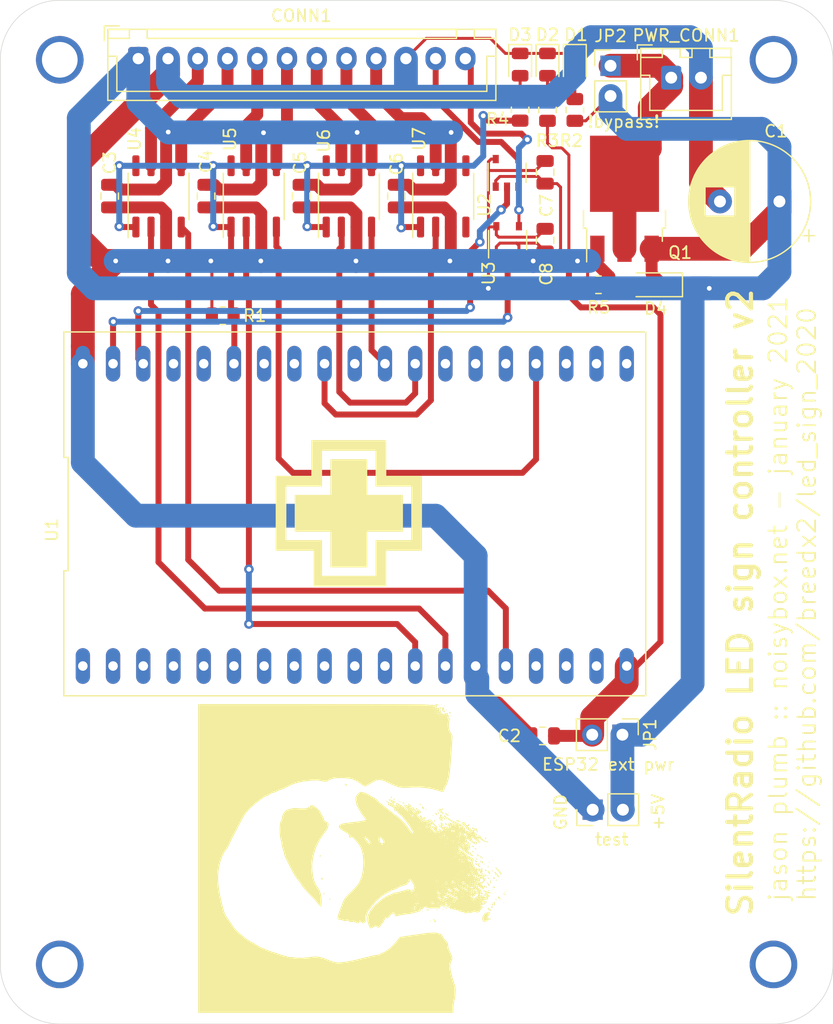
<source format=kicad_pcb>
(kicad_pcb (version 20171130) (host pcbnew 5.1.9+dfsg1-1)
  (layers (0 F.Cu signal) (31 B.Cu signal) (34 B.Paste user) (35 F.Paste user) (36 B.SilkS user) (37 F.SilkS user) (38 B.Mask user) (39 F.Mask user) (44 Edge.Cuts user))
  (net 0 "")
  (net 1 GND)
  (net 2 +5V)
  (net 3 "Net-(D1-Pad2)")
  (net 4 "Net-(D2-Pad2)")
  (net 5 "Net-(D3-Pad2)")
  (net 6 "Net-(JP2-Pad1)")
  (net 7 "Net-(D4-Pad2)")
  (net 8 /EN)
  (net 9 /C5V)
  (net 10 /C4)
  (net 11 /C2)
  (net 12 /C1)
  (net 13 /C3)
  (net 14 /C5)
  (net 15 /C6)
  (net 16 /C7)
  (net 17 /CDATA)
  (net 18 /CCLK)
  (net 19 /CLK)
  (net 20 /DATA)
  (net 21 /R7)
  (net 22 /R6)
  (net 23 /R5)
  (net 24 /R4)
  (net 25 /R3)
  (net 26 /R2)
  (net 27 /R1)
  (module Connector_PinHeader_2.54mm:PinHeader_1x02_P2.54mm_Vertical (layer F.Cu) (at 124.8 123 90)
    (fp_text reference test (at -2.5 1.6 180) (layer F.SilkS))
    (fp_text value PinHeader_1x02_P2.54mm_Vertical)
    (pad 2 thru_hole oval (at 0 2.54 90) (size 1.7 1.7) (drill 1) (layers *.Cu *.Mask) (net 2 +5V))
    (pad 1 thru_hole rect (at 0 0 90) (size 1.7 1.7) (drill 1) (layers *.Cu *.Mask) (net 1 GND))
  )
  (module custom:breedx_avatar (layer F.Cu) (at 104.6 127.1 90)
    (fp_text reference G*** hide)
    (fp_text value LOGO hide)
  )
  (module Diode_SMD:D_SOD-123 (layer F.Cu) (at 130.1 78.9 180)
    (fp_text reference D4 (at 0 -2) (layer F.SilkS))
    (fp_text value D_Zener)
    (pad 2 smd rect (at 1.65 0 180) (size 0.9 1.2) (layers F.Cu F.Paste F.Mask) (net 7 "Net-(D4-Pad2)"))
    (pad 1 smd rect (at -1.65 0 180) (size 0.9 1.2) (layers F.Cu F.Paste F.Mask) (net 2 +5V))
  )
  (module Resistor_SMD:R_0805_2012Metric (layer F.Cu) (at 93.7 81.5)
    (fp_text reference R1 (at 2.6875 0) (layer F.SilkS))
    (fp_text value 4.7k)
    (pad 2 smd roundrect (at 0.9125 0) (size 1.025 1.4) (layers F.Cu F.Paste F.Mask) (roundrect_rratio 0.243902) (net 8 /EN))
    (pad 1 smd roundrect (at -0.9125 0) (size 1.025 1.4) (layers F.Cu F.Paste F.Mask) (roundrect_rratio 0.243902) (net 1 GND))
  )
  (module Capacitor_SMD:C_0805_2012Metric (layer F.Cu) (at 120.8 69.45 270)
    (fp_text reference C7 (at 2.8 -0.1 90) (layer F.SilkS))
    (fp_text value 0.1uF)
    (pad 2 smd roundrect (at 0.95 0 270) (size 1 1.45) (layers F.Cu F.Paste F.Mask) (net 1 GND))
    (pad 1 smd roundrect (at -0.95 0 270) (size 1 1.45) (layers F.Cu F.Paste F.Mask) (net 2 +5V))
  )
  (module Capacitor_THT:CP_Radial_D10.0mm_P5.00mm (layer F.Cu) (at 140.5 71.9 180)
    (fp_text reference C1 (at 0.3 5.9) (layer F.SilkS))
    (fp_text value CP1)
    (pad 2 thru_hole circle (at 5 0 180) (size 2 2) (drill 1) (layers *.Cu *.Mask) (net 1 GND))
    (pad 1 thru_hole rect (at 0 0 180) (size 2 2) (drill 1) (layers *.Cu *.Mask) (net 2 +5V))
  )
  (module Resistor_SMD:R_0805_2012Metric (layer F.Cu) (at 125.2875 78.9)
    (fp_text reference R5 (at 0.0125 1.9) (layer F.SilkS))
    (fp_text value 100k)
    (pad 2 smd roundrect (at 0.9125 0) (size 1.025 1.4) (layers F.Cu F.Paste F.Mask) (roundrect_rratio 0.243902) (net 7 "Net-(D4-Pad2)"))
    (pad 1 smd roundrect (at -0.9125 0) (size 1.025 1.4) (layers F.Cu F.Paste F.Mask) (roundrect_rratio 0.243902) (net 1 GND))
  )
  (module Package_TO_SOT_SMD:TO-252-3_TabPin2 (layer F.Cu) (at 127.475 71.675 90)
    (fp_text reference Q1 (at -4.525 4.675 180) (layer F.SilkS))
    (fp_text value STD26P3LLH6)
    (pad 1 smd rect (at -4.2 -2.28 90) (size 2.2 1.2) (layers F.Cu F.Paste F.Mask) (net 7 "Net-(D4-Pad2)"))
    (pad 2 smd rect (at -4.2 0 90) (size 2.2 1.2) (layers F.Cu F.Paste F.Mask) (net 6 "Net-(JP2-Pad1)"))
    (pad 3 smd rect (at -4.2 2.28 90) (size 2.2 1.2) (layers F.Cu F.Paste F.Mask) (net 2 +5V))
    (pad 2 smd rect (at 2.1 0 90) (size 6.4 5.8) (layers F.Cu F.Mask) (net 6 "Net-(JP2-Pad1)"))
  )
  (module Connector_JST:JST_XH_B12B-XH-A_1x12_P2.50mm_Vertical (layer F.Cu) (at 86.6 59.9)
    (fp_text reference CONN1 (at 13.7 -3.6) (layer F.SilkS))
    (fp_text value LED_sign_connection)
    (pad 12 thru_hole oval (at 27.5 0) (size 1.7 1.95) (drill 0.95) (layers *.Cu *.Mask) (net 19 /CLK))
    (pad 11 thru_hole oval (at 25 0) (size 1.7 1.95) (drill 0.95) (layers *.Cu *.Mask) (net 20 /DATA))
    (pad 10 thru_hole oval (at 22.5 0) (size 1.7 1.95) (drill 0.95) (layers *.Cu *.Mask) (net 1 GND))
    (pad 9 thru_hole oval (at 20 0) (size 1.7 1.95) (drill 0.95) (layers *.Cu *.Mask) (net 21 /R7))
    (pad 8 thru_hole oval (at 17.5 0) (size 1.7 1.95) (drill 0.95) (layers *.Cu *.Mask) (net 22 /R6))
    (pad 7 thru_hole oval (at 15 0) (size 1.7 1.95) (drill 0.95) (layers *.Cu *.Mask) (net 23 /R5))
    (pad 6 thru_hole oval (at 12.5 0) (size 1.7 1.95) (drill 0.95) (layers *.Cu *.Mask) (net 24 /R4))
    (pad 5 thru_hole oval (at 10 0) (size 1.7 1.95) (drill 0.95) (layers *.Cu *.Mask) (net 25 /R3))
    (pad 4 thru_hole oval (at 7.5 0) (size 1.7 1.95) (drill 0.95) (layers *.Cu *.Mask) (net 26 /R2))
    (pad 3 thru_hole oval (at 5 0) (size 1.7 1.95) (drill 0.95) (layers *.Cu *.Mask) (net 27 /R1))
    (pad 2 thru_hole oval (at 2.5 0) (size 1.7 1.95) (drill 0.95) (layers *.Cu *.Mask) (net 1 GND))
    (pad 1 thru_hole roundrect (at 0 0) (size 1.7 1.95) (drill 0.95) (layers *.Cu *.Mask) (roundrect_rratio 0.147059) (net 2 +5V))
  )
  (module Capacitor_SMD:C_0805_2012Metric (layer F.Cu) (at 120.6 116.8 180)
    (fp_text reference C2 (at 2.8 0) (layer F.SilkS))
    (fp_text value 0.1uF)
    (pad 2 smd roundrect (at 0.95 0 180) (size 1 1.45) (layers F.Cu F.Paste F.Mask) (net 1 GND))
    (pad 1 smd roundrect (at -0.95 0 180) (size 1 1.45) (layers F.Cu F.Paste F.Mask) (net 9 /C5V))
  )
  (module custom:ESP32-DevKitC-DIP-38 (layer F.Cu) (at 104.8 99.5 90)
    (fp_text reference U1 (at 0 -25.46 90) (layer F.SilkS))
    (fp_text value ESP32-DevKitC)
    (pad 38 thru_hole oval (at 13.97 -22.86) (size 1.2 3) (drill 0.8) (layers *.Cu *.Mask) (net 1 GND))
    (pad 1 thru_hole oval (at -11.43 -22.86) (size 1.2 3) (drill 0.8) (layers *.Cu *.Mask))
    (pad 37 thru_hole oval (at 13.97 -20.32) (size 1.2 3) (drill 0.8) (layers *.Cu *.Mask) (net 18 /CCLK))
    (pad 2 thru_hole oval (at -11.43 -20.32) (size 1.2 3) (drill 0.8) (layers *.Cu *.Mask))
    (pad 36 thru_hole oval (at 13.97 -17.78) (size 1.2 3) (drill 0.8) (layers *.Cu *.Mask) (net 17 /CDATA))
    (pad 3 thru_hole oval (at -11.43 -17.78) (size 1.2 3) (drill 0.8) (layers *.Cu *.Mask))
    (pad 35 thru_hole oval (at 13.97 -15.24) (size 1.2 3) (drill 0.8) (layers *.Cu *.Mask))
    (pad 4 thru_hole oval (at -11.43 -15.24) (size 1.2 3) (drill 0.8) (layers *.Cu *.Mask))
    (pad 34 thru_hole oval (at 13.97 -12.7) (size 1.2 3) (drill 0.8) (layers *.Cu *.Mask))
    (pad 5 thru_hole oval (at -11.43 -12.7) (size 1.2 3) (drill 0.8) (layers *.Cu *.Mask))
    (pad 33 thru_hole oval (at 13.97 -10.16) (size 1.2 3) (drill 0.8) (layers *.Cu *.Mask) (net 8 /EN))
    (pad 6 thru_hole oval (at -11.43 -10.16) (size 1.2 3) (drill 0.8) (layers *.Cu *.Mask))
    (pad 32 thru_hole oval (at 13.97 -7.62) (size 1.2 3) (drill 0.8) (layers *.Cu *.Mask))
    (pad 7 thru_hole oval (at -11.43 -7.62) (size 1.2 3) (drill 0.8) (layers *.Cu *.Mask))
    (pad 31 thru_hole oval (at 13.97 -5.08) (size 1.2 3) (drill 0.8) (layers *.Cu *.Mask))
    (pad 8 thru_hole oval (at -11.43 -5.08) (size 1.2 3) (drill 0.8) (layers *.Cu *.Mask))
    (pad 30 thru_hole oval (at 13.97 -2.54) (size 1.2 3) (drill 0.8) (layers *.Cu *.Mask) (net 16 /C7))
    (pad 9 thru_hole oval (at -11.43 -2.54) (size 1.2 3) (drill 0.8) (layers *.Cu *.Mask))
    (pad 29 thru_hole oval (at 13.97 0) (size 1.2 3) (drill 0.8) (layers *.Cu *.Mask))
    (pad 10 thru_hole oval (at -11.43 0) (size 1.2 3) (drill 0.8) (layers *.Cu *.Mask))
    (pad 28 thru_hole oval (at 13.97 2.54) (size 1.2 3) (drill 0.8) (layers *.Cu *.Mask) (net 15 /C6))
    (pad 11 thru_hole oval (at -11.43 2.54) (size 1.2 3) (drill 0.8) (layers *.Cu *.Mask))
    (pad 27 thru_hole oval (at 13.97 5.08) (size 1.2 3) (drill 0.8) (layers *.Cu *.Mask) (net 14 /C5))
    (pad 12 thru_hole oval (at -11.43 5.08) (size 1.2 3) (drill 0.8) (layers *.Cu *.Mask) (net 13 /C3))
    (pad 26 thru_hole oval (at 13.97 7.62) (size 1.2 3) (drill 0.8) (layers *.Cu *.Mask))
    (pad 13 thru_hole oval (at -11.43 7.62) (size 1.2 3) (drill 0.8) (layers *.Cu *.Mask) (net 12 /C1))
    (pad 25 thru_hole oval (at 13.97 10.16) (size 1.2 3) (drill 0.8) (layers *.Cu *.Mask))
    (pad 14 thru_hole oval (at -11.43 10.16) (size 1.2 3) (drill 0.8) (layers *.Cu *.Mask) (net 1 GND))
    (pad 24 thru_hole oval (at 13.97 12.7) (size 1.2 3) (drill 0.8) (layers *.Cu *.Mask))
    (pad 15 thru_hole oval (at -11.43 12.7) (size 1.2 3) (drill 0.8) (layers *.Cu *.Mask) (net 11 /C2))
    (pad 23 thru_hole oval (at 13.97 15.24) (size 1.2 3) (drill 0.8) (layers *.Cu *.Mask) (net 10 /C4))
    (pad 16 thru_hole oval (at -11.43 15.24) (size 1.2 3) (drill 0.8) (layers *.Cu *.Mask))
    (pad 22 thru_hole oval (at 13.97 17.78) (size 1.2 3) (drill 0.8) (layers *.Cu *.Mask))
    (pad 17 thru_hole oval (at -11.43 17.78) (size 1.2 3) (drill 0.8) (layers *.Cu *.Mask))
    (pad 21 thru_hole oval (at 13.97 20.32) (size 1.2 3) (drill 0.8) (layers *.Cu *.Mask))
    (pad 18 thru_hole oval (at -11.43 20.32) (size 1.2 3) (drill 0.8) (layers *.Cu *.Mask))
    (pad 20 thru_hole oval (at 13.97 22.86) (size 1.2 3) (drill 0.8) (layers *.Cu *.Mask))
    (pad 19 thru_hole oval (at -11.43 22.86) (size 1.2 3) (drill 0.8) (layers *.Cu *.Mask) (net 9 /C5V))
  )
  (module Package_SO:TSOP-5_1.65x3.05mm_P0.95mm (layer F.Cu) (at 117.6 69.5 90)
    (fp_text reference U2 (at -2.7 -1.9 90) (layer F.SilkS))
    (fp_text value MC74VHC1GT125)
    (pad 5 smd rect (at 1.16 -0.95 90) (size 0.7 0.51) (layers F.Cu F.Paste F.Mask) (net 2 +5V))
    (pad 4 smd rect (at 1.16 0.95 90) (size 0.7 0.51) (layers F.Cu F.Paste F.Mask) (net 20 /DATA))
    (pad 3 smd rect (at -1.16 0.95 90) (size 0.7 0.51) (layers F.Cu F.Paste F.Mask) (net 1 GND))
    (pad 2 smd rect (at -1.16 0 90) (size 0.7 0.51) (layers F.Cu F.Paste F.Mask) (net 17 /CDATA))
    (pad 1 smd rect (at -1.16 -0.95 90) (size 0.7 0.51) (layers F.Cu F.Paste F.Mask) (net 1 GND))
  )
  (module Package_SO:SO-8_3.9x4.9mm_P1.27mm (layer F.Cu) (at 88.305 71.475 90)
    (fp_text reference U4 (at 4.825 -2.02 90) (layer F.SilkS))
    (fp_text value MAX17601)
    (pad 8 smd roundrect (at 2.575 -1.905 90) (size 1.75 0.6) (layers F.Cu F.Paste F.Mask) (net 8 /EN))
    (pad 7 smd roundrect (at 2.575 -0.635 90) (size 1.75 0.6) (layers F.Cu F.Paste F.Mask) (net 27 /R1))
    (pad 6 smd roundrect (at 2.575 0.635 90) (size 1.75 0.6) (layers F.Cu F.Paste F.Mask) (net 2 +5V))
    (pad 5 smd roundrect (at 2.575 1.905 90) (size 1.75 0.6) (layers F.Cu F.Paste F.Mask) (net 26 /R2))
    (pad 4 smd roundrect (at -2.575 1.905 90) (size 1.75 0.6) (layers F.Cu F.Paste F.Mask) (net 11 /C2))
    (pad 3 smd roundrect (at -2.575 0.635 90) (size 1.75 0.6) (layers F.Cu F.Paste F.Mask) (net 1 GND))
    (pad 2 smd roundrect (at -2.575 -0.635 90) (size 1.75 0.6) (layers F.Cu F.Paste F.Mask) (net 12 /C1))
    (pad 1 smd roundrect (at -2.575 -1.905 90) (size 1.75 0.6) (layers F.Cu F.Paste F.Mask) (net 8 /EN))
  )
  (module Package_SO:SO-8_3.9x4.9mm_P1.27mm (layer F.Cu) (at 104.305 71.475 90)
    (fp_text reference U6 (at 4.675 -2.105 90) (layer F.SilkS))
    (fp_text value MAX17601)
    (pad 8 smd roundrect (at 2.575 -1.905 90) (size 1.75 0.6) (layers F.Cu F.Paste F.Mask) (net 8 /EN))
    (pad 7 smd roundrect (at 2.575 -0.635 90) (size 1.75 0.6) (layers F.Cu F.Paste F.Mask) (net 23 /R5))
    (pad 6 smd roundrect (at 2.575 0.635 90) (size 1.75 0.6) (layers F.Cu F.Paste F.Mask) (net 2 +5V))
    (pad 5 smd roundrect (at 2.575 1.905 90) (size 1.75 0.6) (layers F.Cu F.Paste F.Mask) (net 22 /R6))
    (pad 4 smd roundrect (at -2.575 1.905 90) (size 1.75 0.6) (layers F.Cu F.Paste F.Mask) (net 15 /C6))
    (pad 3 smd roundrect (at -2.575 0.635 90) (size 1.75 0.6) (layers F.Cu F.Paste F.Mask) (net 1 GND))
    (pad 2 smd roundrect (at -2.575 -0.635 90) (size 1.75 0.6) (layers F.Cu F.Paste F.Mask) (net 14 /C5))
    (pad 1 smd roundrect (at -2.575 -1.905 90) (size 1.75 0.6) (layers F.Cu F.Paste F.Mask) (net 8 /EN))
  )
  (module Connector_JST:JST_XH_B2B-XH-A_1x02_P2.50mm_Vertical (layer F.Cu) (at 131.4 61.5)
    (fp_text reference PWR_CONN1 (at 1.25 -3.55) (layer F.SilkS))
    (fp_text value Conn_01x02_Male hide)
    (pad 2 thru_hole oval (at 2.5 0) (size 1.7 2) (drill 1) (layers *.Cu *.Mask) (net 1 GND))
    (pad 1 thru_hole roundrect (at 0 0) (size 1.7 2) (drill 1) (layers *.Cu *.Mask) (roundrect_rratio 0.147059) (net 6 "Net-(JP2-Pad1)"))
  )
  (module Capacitor_SMD:C_0805_2012Metric (layer F.Cu) (at 120.8 75.15 270)
    (fp_text reference C8 (at 2.85 -0.1 90) (layer F.SilkS))
    (fp_text value 0.1uF)
    (pad 2 smd roundrect (at 0.95 0 270) (size 1 1.45) (layers F.Cu F.Paste F.Mask) (net 1 GND))
    (pad 1 smd roundrect (at -0.95 0 270) (size 1 1.45) (layers F.Cu F.Paste F.Mask) (net 2 +5V))
  )
  (module Package_SO:SO-8_3.9x4.9mm_P1.27mm (layer F.Cu) (at 112.235 71.475 90)
    (fp_text reference U7 (at 4.825 -2.035 90) (layer F.SilkS))
    (fp_text value MAX17601)
    (pad 1 smd roundrect (at -2.575 -1.905 90) (size 1.75 0.6) (layers F.Cu F.Paste F.Mask) (net 8 /EN))
    (pad 2 smd roundrect (at -2.575 -0.635 90) (size 1.75 0.6) (layers F.Cu F.Paste F.Mask) (net 16 /C7))
    (pad 3 smd roundrect (at -2.575 0.635 90) (size 1.75 0.6) (layers F.Cu F.Paste F.Mask) (net 1 GND))
    (pad 4 smd roundrect (at -2.575 1.905 90) (size 1.75 0.6) (layers F.Cu F.Paste F.Mask))
    (pad 5 smd roundrect (at 2.575 1.905 90) (size 1.75 0.6) (layers F.Cu F.Paste F.Mask))
    (pad 6 smd roundrect (at 2.575 0.635 90) (size 1.75 0.6) (layers F.Cu F.Paste F.Mask) (net 2 +5V))
    (pad 7 smd roundrect (at 2.575 -0.635 90) (size 1.75 0.6) (layers F.Cu F.Paste F.Mask) (net 21 /R7))
    (pad 8 smd roundrect (at 2.575 -1.905 90) (size 1.75 0.6) (layers F.Cu F.Paste F.Mask))
  )
  (module Package_SO:SO-8_3.9x4.9mm_P1.27mm (layer F.Cu) (at 96.305 71.475 90)
    (fp_text reference U5 (at 4.8 -2 90) (layer F.SilkS))
    (fp_text value MAX17601)
    (pad 8 smd roundrect (at 2.575 -1.905 90) (size 1.75 0.6) (layers F.Cu F.Paste F.Mask) (net 8 /EN))
    (pad 7 smd roundrect (at 2.575 -0.635 90) (size 1.75 0.6) (layers F.Cu F.Paste F.Mask) (net 25 /R3))
    (pad 6 smd roundrect (at 2.575 0.635 90) (size 1.75 0.6) (layers F.Cu F.Paste F.Mask) (net 2 +5V))
    (pad 5 smd roundrect (at 2.575 1.905 90) (size 1.75 0.6) (layers F.Cu F.Paste F.Mask) (net 24 /R4))
    (pad 4 smd roundrect (at -2.575 1.905 90) (size 1.75 0.6) (layers F.Cu F.Paste F.Mask) (net 10 /C4))
    (pad 3 smd roundrect (at -2.575 0.635 90) (size 1.75 0.6) (layers F.Cu F.Paste F.Mask) (net 1 GND))
    (pad 2 smd roundrect (at -2.575 -0.635 90) (size 1.75 0.6) (layers F.Cu F.Paste F.Mask) (net 13 /C3))
    (pad 1 smd roundrect (at -2.575 -1.905 90) (size 1.75 0.6) (layers F.Cu F.Paste F.Mask) (net 8 /EN))
  )
  (module Package_SO:TSOP-5_1.65x3.05mm_P0.95mm (layer F.Cu) (at 117.65 75.14 90)
    (fp_text reference U3 (at -2.8 -1.6 90) (layer F.SilkS))
    (fp_text value MC74VHC1GT125)
    (pad 5 smd rect (at 1.16 -0.95 90) (size 0.7 0.51) (layers F.Cu F.Paste F.Mask) (net 2 +5V))
    (pad 4 smd rect (at 1.16 0.95 90) (size 0.7 0.51) (layers F.Cu F.Paste F.Mask) (net 19 /CLK))
    (pad 3 smd rect (at -1.16 0.95 90) (size 0.7 0.51) (layers F.Cu F.Paste F.Mask) (net 1 GND))
    (pad 2 smd rect (at -1.16 0 90) (size 0.7 0.51) (layers F.Cu F.Paste F.Mask) (net 18 /CCLK))
    (pad 1 smd rect (at -1.16 -0.95 90) (size 0.7 0.51) (layers F.Cu F.Paste F.Mask) (net 1 GND))
  )
  (module Resistor_SMD:R_0805_2012Metric (layer F.Cu) (at 118.7 64.2 270)
    (fp_text reference R4 (at 0.8 1.9 180) (layer F.SilkS))
    (fp_text value 68ohm)
    (pad 2 smd roundrect (at 0.9125 0 270) (size 1.025 1.4) (layers F.Cu F.Paste F.Mask) (roundrect_rratio 0.243902) (net 8 /EN))
    (pad 1 smd roundrect (at -0.9125 0 270) (size 1.025 1.4) (layers F.Cu F.Paste F.Mask) (roundrect_rratio 0.243902) (net 5 "Net-(D3-Pad2)"))
  )
  (module Resistor_SMD:R_0805_2012Metric (layer F.Cu) (at 121 64.2125 270)
    (fp_text reference R3 (at 2.5875 0 180) (layer F.SilkS))
    (fp_text value 150)
    (pad 2 smd roundrect (at 0.9125 0 270) (size 1.025 1.4) (layers F.Cu F.Paste F.Mask) (roundrect_rratio 0.243902) (net 9 /C5V))
    (pad 1 smd roundrect (at -0.9125 0 270) (size 1.025 1.4) (layers F.Cu F.Paste F.Mask) (roundrect_rratio 0.243902) (net 4 "Net-(D2-Pad2)"))
  )
  (module Resistor_SMD:R_0805_2012Metric (layer F.Cu) (at 123.3 64.2125 270)
    (fp_text reference R2 (at 2.5875 0.3 180) (layer F.SilkS))
    (fp_text value 150)
    (pad 2 smd roundrect (at 0.9125 0 270) (size 1.025 1.4) (layers F.Cu F.Paste F.Mask) (roundrect_rratio 0.243902) (net 2 +5V))
    (pad 1 smd roundrect (at -0.9125 0 270) (size 1.025 1.4) (layers F.Cu F.Paste F.Mask) (roundrect_rratio 0.243902) (net 3 "Net-(D1-Pad2)"))
  )
  (module Connector_PinHeader_2.54mm:PinHeader_1x02_P2.54mm_Vertical (layer F.Cu) (at 126.3 60.5)
    (fp_text reference JP2 (at 0 -2.5) (layer F.SilkS))
    (fp_text value prot_short)
    (pad 2 thru_hole oval (at 0 2.54) (size 1.7 1.7) (drill 1) (layers *.Cu *.Mask) (net 2 +5V))
    (pad 1 thru_hole rect (at 0 0) (size 1.7 1.7) (drill 1) (layers *.Cu *.Mask) (net 6 "Net-(JP2-Pad1)"))
  )
  (module Connector_PinHeader_2.54mm:PinHeader_1x02_P2.54mm_Vertical (layer F.Cu) (at 127.3 116.7 270)
    (fp_text reference JP1 (at 0 -2.33 90) (layer F.SilkS))
    (fp_text value ESP32_5V)
    (pad 2 thru_hole oval (at 0 2.54 270) (size 1.7 1.7) (drill 1) (layers *.Cu *.Mask) (net 9 /C5V))
    (pad 1 thru_hole rect (at 0 0 270) (size 1.7 1.7) (drill 1) (layers *.Cu *.Mask) (net 2 +5V))
  )
  (module LED_SMD:LED_0805_2012Metric (layer F.Cu) (at 118.7 60.4 270)
    (fp_text reference D3 (at -2.5 0 180) (layer F.SilkS))
    (fp_text value LED)
    (pad 2 smd roundrect (at 0.9375 0 270) (size 0.975 1.4) (layers F.Cu F.Paste F.Mask) (net 5 "Net-(D3-Pad2)"))
    (pad 1 smd roundrect (at -0.9375 0 270) (size 0.975 1.4) (layers F.Cu F.Paste F.Mask) (net 1 GND))
  )
  (module LED_SMD:LED_0805_2012Metric (layer F.Cu) (at 121 60.4 270)
    (fp_text reference D2 (at -2.5 0 180) (layer F.SilkS))
    (fp_text value ESP32_PWR)
    (pad 2 smd roundrect (at 0.9375 0 270) (size 0.975 1.4) (layers F.Cu F.Paste F.Mask) (net 4 "Net-(D2-Pad2)"))
    (pad 1 smd roundrect (at -0.9375 0 270) (size 0.975 1.4) (layers F.Cu F.Paste F.Mask) (net 1 GND))
  )
  (module LED_SMD:LED_0805_2012Metric (layer F.Cu) (at 123.3 60.4 270)
    (fp_text reference D1 (at -2.5 -0.1 180) (layer F.SilkS))
    (fp_text value PWR)
    (pad 2 smd roundrect (at 0.9375 0 270) (size 0.975 1.4) (layers F.Cu F.Paste F.Mask) (net 3 "Net-(D1-Pad2)"))
    (pad 1 smd roundrect (at -0.9375 0 270) (size 0.975 1.4) (layers F.Cu F.Paste F.Mask) (net 1 GND))
  )
  (module Capacitor_SMD:C_0805_2012Metric (layer F.Cu) (at 108.3 71.45 90)
    (fp_text reference C6 (at 2.7 0 90) (layer F.SilkS))
    (fp_text value 0.1uF)
    (pad 2 smd roundrect (at 0.95 0 90) (size 1 1.45) (layers F.Cu F.Paste F.Mask) (net 2 +5V))
    (pad 1 smd roundrect (at -0.95 0 90) (size 1 1.45) (layers F.Cu F.Paste F.Mask) (net 1 GND))
  )
  (module Capacitor_SMD:C_0805_2012Metric (layer F.Cu) (at 100.3 71.45 90)
    (fp_text reference C5 (at 2.8 -0.1 90) (layer F.SilkS))
    (fp_text value 0.1uF)
    (pad 2 smd roundrect (at 0.95 0 90) (size 1 1.45) (layers F.Cu F.Paste F.Mask) (net 2 +5V))
    (pad 1 smd roundrect (at -0.95 0 90) (size 1 1.45) (layers F.Cu F.Paste F.Mask) (net 1 GND))
  )
  (module Capacitor_SMD:C_0805_2012Metric (layer F.Cu) (at 92.3 71.45 90)
    (fp_text reference C4 (at 2.9 0 90) (layer F.SilkS))
    (fp_text value 0.1uF)
    (pad 2 smd roundrect (at 0.95 0 90) (size 1 1.45) (layers F.Cu F.Paste F.Mask) (net 2 +5V))
    (pad 1 smd roundrect (at -0.95 0 90) (size 1 1.45) (layers F.Cu F.Paste F.Mask) (net 1 GND))
  )
  (module Capacitor_SMD:C_0805_2012Metric (layer F.Cu) (at 84.2 71.45 90)
    (fp_text reference C3 (at 2.8 0 90) (layer F.SilkS))
    (fp_text value 0.1uF)
    (pad 2 smd roundrect (at 0.95 0 90) (size 1 1.45) (layers F.Cu F.Paste F.Mask) (net 2 +5V))
    (pad 1 smd roundrect (at -0.95 0 90) (size 1 1.45) (layers F.Cu F.Paste F.Mask) (net 1 GND))
  )
  (gr_poly (pts (xy 110.4 95.8) (xy 106.6 95.8) (xy 106.6 95) (xy 110.4 95)) (layer F.SilkS) (width 0.1))
  (gr_poly (pts (xy 107.4 95.8) (xy 106.6 95.8) (xy 106.6 92.8) (xy 102 92.8) (xy 102 95.8) (xy 99 95.8) (xy 99 100.4) (xy 102 100.4) (xy 102 103.4) (xy 106.6 103.4) (xy 106.6 100.4) (xy 109.6 100.4) (xy 109.6 95.8) (xy 110.4 95.8) (xy 110.4 101.2) (xy 107.4 101.2) (xy 107.4 104.2) (xy 101.4 104.2) (xy 101.4 101.2) (xy 98.2 101.2) (xy 98.2 95) (xy 101.2 95) (xy 101.2 92) (xy 107.4 92)) (layer F.SilkS) (width 0.1))
  (gr_poly (pts (xy 105.8 96.6) (xy 108.8 96.6) (xy 108.8 99.6) (xy 105.8 99.6) (xy 105.8 102.6) (xy 102.8 102.6) (xy 102.8 99.6) (xy 99.8 99.6) (xy 99.8 96.6) (xy 102.8 96.6) (xy 102.8 93.6) (xy 105.8 93.6)) (layer F.SilkS) (width 0.1))
  (gr_text !bypass! (at 127.4 65.2) (layer F.SilkS) (effects (font (size 1 1))))
  (gr_text "ESP32 ext pwr" (at 126.1 119.2) (layer F.SilkS) (effects (font (size 1 1))))
  (gr_text GND (at 122.1 123.2 90) (layer F.SilkS) (effects (font (size 1 1))))
  (gr_text +5V (at 130.3 123.2 90) (layer F.SilkS) (effects (font (size 1 1))))
  (gr_text "jason plumb :: noisybox.net - january 2021\nhttps://github.com/breedx2/led_sign_2020\n" (at 141.6 130.8 90) (layer F.SilkS) (effects (font (size 1.5 1.5)) (justify left)))
  (gr_text "SilentRadio LED sign controller v2" (at 137.2 105.6 90) (layer F.SilkS) (effects (font (size 2 2) (thickness 0.35))))
  (gr_line (start 145 60) (end 145 136) (layer Edge.Cuts) (width 0.05))
  (gr_arc (start 140 136) (end 140 141) (angle -90) (layer Edge.Cuts) (width 0.05))
  (gr_arc (start 80 136) (end 75 136) (angle -90) (layer Edge.Cuts) (width 0.05))
  (gr_line (start 80 141) (end 140 141) (layer Edge.Cuts) (width 0.05))
  (gr_arc (start 80 60) (end 80 55) (angle -90) (layer Edge.Cuts) (width 0.05))
  (gr_arc (start 140 60) (end 145 60) (angle -90) (layer Edge.Cuts) (width 0.05))
  (gr_line (start 75 136) (end 75 60) (layer Edge.Cuts) (width 0.05))
  (gr_line (start 80 55) (end 140 55) (layer Edge.Cuts) (width 0.05))
  (via (at 80 60) (size 4) (drill 3) (layers F.Cu B.Cu) (net 0))
  (via (at 140 60) (size 4) (drill 3) (layers F.Cu B.Cu) (net 0))
  (via (at 80 136) (size 4) (drill 3) (layers F.Cu B.Cu) (net 0))
  (via (at 140 136) (size 4) (drill 3) (layers F.Cu B.Cu) (net 0))
  (segment (start 100.35 72.4) (end 100.3 72.45) (width 0.5) (layer F.Cu) (net 1))
  (segment (start 96.48 72.4) (end 92.3 72.4) (width 1) (layer F.Cu) (net 1))
  (segment (start 96.94 72.86) (end 96.48 72.4) (width 1) (layer F.Cu) (net 1))
  (segment (start 96.94 74.05) (end 96.94 72.86) (width 1) (layer F.Cu) (net 1))
  (segment (start 84.2 72.4) (end 88.5 72.4) (width 1) (layer F.Cu) (net 1))
  (segment (start 88.94 72.84) (end 88.94 74.05) (width 1) (layer F.Cu) (net 1))
  (segment (start 88.5 72.4) (end 88.94 72.84) (width 1) (layer F.Cu) (net 1))
  (segment (start 100.3 72.4) (end 104.4 72.4) (width 1) (layer F.Cu) (net 1))
  (segment (start 104.94 72.94) (end 104.94 74.05) (width 1) (layer F.Cu) (net 1))
  (segment (start 104.4 72.4) (end 104.94 72.94) (width 1) (layer F.Cu) (net 1))
  (segment (start 108.3 72.4) (end 112.3 72.4) (width 1) (layer F.Cu) (net 1))
  (segment (start 112.87 72.97) (end 112.87 74.05) (width 1) (layer F.Cu) (net 1))
  (segment (start 112.3 72.4) (end 112.87 72.97) (width 1) (layer F.Cu) (net 1))
  (via (at 96.9 76.9) (size 0.8) (drill 0.4) (layers F.Cu B.Cu) (net 1))
  (segment (start 96.94 76.86) (end 96.9 76.9) (width 1) (layer F.Cu) (net 1))
  (via (at 89.1 76.9) (size 0.8) (drill 0.4) (layers F.Cu B.Cu) (net 1))
  (segment (start 88.94 76.74) (end 89.1 76.9) (width 1) (layer F.Cu) (net 1))
  (segment (start 104.94 76.86) (end 104.9 76.9) (width 1) (layer F.Cu) (net 1))
  (via (at 104.9 76.9) (size 0.8) (drill 0.4) (layers F.Cu B.Cu) (net 1))
  (segment (start 96.9 76.9) (end 104.9 76.9) (width 2) (layer B.Cu) (net 1))
  (via (at 112.8 76.9) (size 0.8) (drill 0.4) (layers F.Cu B.Cu) (net 1))
  (segment (start 112.87 76.83) (end 112.8 76.9) (width 1) (layer F.Cu) (net 1))
  (segment (start 104.94 74.05) (end 104.94 76.86) (width 1) (layer F.Cu) (net 1))
  (segment (start 112.87 74.05) (end 112.87 76.83) (width 1) (layer F.Cu) (net 1))
  (segment (start 96.94 74.05) (end 96.94 76.86) (width 1) (layer F.Cu) (net 1))
  (segment (start 88.94 74.05) (end 88.94 76.74) (width 1) (layer F.Cu) (net 1))
  (segment (start 133.9 70.3) (end 135.5 71.9) (width 2) (layer F.Cu) (net 1))
  (segment (start 133.9 61.5) (end 133.9 70.3) (width 2) (layer F.Cu) (net 1))
  (segment (start 118.7 59.4625) (end 121 59.4625) (width 0.25) (layer F.Cu) (net 1))
  (segment (start 123.3 59.4625) (end 121 59.4625) (width 0.25) (layer F.Cu) (net 1))
  (segment (start 109.1 59.9) (end 109.1 62.8) (width 2) (layer B.Cu) (net 1))
  (segment (start 120.8 70.4) (end 121.8 70.4) (width 0.25) (layer F.Cu) (net 1))
  (segment (start 121.8 70.4) (end 122.1 70.7) (width 0.25) (layer F.Cu) (net 1))
  (segment (start 122.1 70.7) (end 122.1 75.9) (width 0.25) (layer F.Cu) (net 1))
  (segment (start 121.9 76.1) (end 120.8 76.1) (width 0.25) (layer F.Cu) (net 1))
  (segment (start 122.1 75.9) (end 121.9 76.1) (width 0.25) (layer F.Cu) (net 1))
  (segment (start 89.1 59.9) (end 89.1 61.9) (width 2) (layer B.Cu) (net 1))
  (segment (start 90.3 63.1) (end 109.4 63.1) (width 2) (layer B.Cu) (net 1))
  (segment (start 89.1 61.9) (end 90.3 63.1) (width 2) (layer B.Cu) (net 1))
  (segment (start 109.1 62.8) (end 109.4 63.1) (width 2) (layer B.Cu) (net 1))
  (segment (start 133.9 59) (end 133.9 61.5) (width 2) (layer B.Cu) (net 1))
  (segment (start 133 58.1) (end 133.9 59) (width 2) (layer B.Cu) (net 1))
  (segment (start 124.6625 58.1) (end 133 58.1) (width 2) (layer B.Cu) (net 1))
  (segment (start 123.3 59.4625) (end 124.6625 58.1) (width 2) (layer B.Cu) (net 1))
  (segment (start 123.3 61.2) (end 123.3 59.4625) (width 2) (layer B.Cu) (net 1))
  (segment (start 121.4 63.1) (end 123.3 61.2) (width 2) (layer B.Cu) (net 1))
  (segment (start 109.4 63.1) (end 121.4 63.1) (width 2) (layer B.Cu) (net 1))
  (segment (start 110.8 58.2) (end 109.1 59.9) (width 0.25) (layer F.Cu) (net 1))
  (segment (start 116.2 58.2) (end 110.8 58.2) (width 0.25) (layer F.Cu) (net 1))
  (segment (start 117.4625 59.4625) (end 116.2 58.2) (width 0.25) (layer F.Cu) (net 1))
  (segment (start 118.7 59.4625) (end 117.4625 59.4625) (width 0.25) (layer F.Cu) (net 1))
  (via (at 84.7 76.899994) (size 0.8) (drill 0.4) (layers F.Cu B.Cu) (net 1))
  (segment (start 89.1 76.9) (end 84.700006 76.9) (width 2) (layer B.Cu) (net 1))
  (segment (start 84.700006 76.9) (end 84.7 76.899994) (width 2) (layer B.Cu) (net 1))
  (segment (start 83.599994 76.899994) (end 84.7 76.899994) (width 2) (layer F.Cu) (net 1))
  (segment (start 81.7 75) (end 83.599994 76.899994) (width 2) (layer F.Cu) (net 1))
  (segment (start 81.7 68.6) (end 81.7 75) (width 2) (layer F.Cu) (net 1))
  (segment (start 89.1 61.2) (end 81.7 68.6) (width 2) (layer F.Cu) (net 1))
  (segment (start 89.1 59.9) (end 89.1 61.2) (width 2) (layer F.Cu) (net 1))
  (segment (start 116.7 75.7) (end 117 75.4) (width 0.25) (layer F.Cu) (net 1))
  (segment (start 116.7 76.3) (end 116.7 75.7) (width 0.25) (layer F.Cu) (net 1))
  (segment (start 117 75.4) (end 118.4 75.4) (width 0.25) (layer F.Cu) (net 1))
  (segment (start 118.6 75.6) (end 118.6 76.3) (width 0.25) (layer F.Cu) (net 1))
  (segment (start 118.4 75.4) (end 118.6 75.6) (width 0.25) (layer F.Cu) (net 1))
  (segment (start 120.1 75.4) (end 120.8 76.1) (width 0.25) (layer F.Cu) (net 1))
  (segment (start 118.4 75.4) (end 120.1 75.4) (width 0.25) (layer F.Cu) (net 1))
  (via (at 119.8 76.9) (size 0.8) (drill 0.4) (layers F.Cu B.Cu) (net 1))
  (segment (start 120.6 76.1) (end 119.8 76.9) (width 0.25) (layer F.Cu) (net 1))
  (segment (start 120.8 76.1) (end 120.6 76.1) (width 0.25) (layer F.Cu) (net 1))
  (segment (start 119.8 76.9) (end 124.5 76.9) (width 2) (layer B.Cu) (net 1))
  (via (at 123.525 76.9) (size 0.8) (drill 0.4) (layers F.Cu B.Cu) (net 1))
  (segment (start 124.375 77.75) (end 123.525 76.9) (width 0.25) (layer F.Cu) (net 1))
  (segment (start 124.375 78.9) (end 124.375 77.75) (width 0.25) (layer F.Cu) (net 1))
  (segment (start 114.96 110.93) (end 114.96 113.16) (width 1) (layer F.Cu) (net 1))
  (segment (start 114.96 113.16) (end 115.8 114) (width 1) (layer F.Cu) (net 1))
  (segment (start 116.85 114) (end 119.65 116.8) (width 1) (layer F.Cu) (net 1))
  (segment (start 115.8 114) (end 116.85 114) (width 1) (layer F.Cu) (net 1))
  (segment (start 92.7875 81.5) (end 92.7875 76.9875) (width 0.25) (layer F.Cu) (net 1))
  (segment (start 92.7 76.9) (end 89.1 76.9) (width 2) (layer B.Cu) (net 1))
  (via (at 92.7 76.9) (size 0.8) (drill 0.4) (layers F.Cu B.Cu) (net 1))
  (segment (start 92.7875 76.9875) (end 92.7 76.9) (width 0.25) (layer F.Cu) (net 1))
  (segment (start 96.9 76.9) (end 92.7 76.9) (width 2) (layer B.Cu) (net 1))
  (segment (start 81.94 79.659994) (end 81.94 84.06) (width 2) (layer F.Cu) (net 1))
  (segment (start 81.94 84.06) (end 81.94 85.53) (width 2) (layer F.Cu) (net 1))
  (segment (start 84.7 76.899994) (end 81.94 79.659994) (width 2) (layer F.Cu) (net 1))
  (segment (start 119.799987 76.899987) (end 119.8 76.9) (width 2) (layer B.Cu) (net 1))
  (segment (start 104.900013 76.899987) (end 119.799987 76.899987) (width 2) (layer B.Cu) (net 1))
  (segment (start 104.9 76.9) (end 104.900013 76.899987) (width 2) (layer B.Cu) (net 1))
  (segment (start 81.94 85.53) (end 81.94 93.84) (width 2) (layer B.Cu) (net 1))
  (segment (start 81.94 93.84) (end 86.4 98.3) (width 2) (layer B.Cu) (net 1))
  (segment (start 86.4 98.3) (end 111.6 98.3) (width 2) (layer B.Cu) (net 1))
  (segment (start 114.96 101.66) (end 114.96 110.93) (width 2) (layer B.Cu) (net 1))
  (segment (start 111.6 98.3) (end 114.96 101.66) (width 2) (layer B.Cu) (net 1))
  (segment (start 116.65 70.15) (end 117 69.8) (width 0.25) (layer F.Cu) (net 1))
  (segment (start 117 69.8) (end 118.3 69.8) (width 0.25) (layer F.Cu) (net 1))
  (segment (start 116.65 70.66) (end 116.65 70.15) (width 0.25) (layer F.Cu) (net 1))
  (segment (start 118.669998 69.8) (end 120.2 69.8) (width 0.25) (layer F.Cu) (net 1))
  (segment (start 118.55 69.919998) (end 118.669998 69.8) (width 0.25) (layer F.Cu) (net 1))
  (segment (start 120.2 69.8) (end 120.8 70.4) (width 0.25) (layer F.Cu) (net 1))
  (segment (start 118.55 70.66) (end 118.55 69.919998) (width 0.25) (layer F.Cu) (net 1))
  (segment (start 118.3 69.8) (end 118.669998 69.8) (width 0.25) (layer F.Cu) (net 1))
  (segment (start 122.1 120.3) (end 124.8 123) (width 2) (layer B.Cu) (net 1))
  (segment (start 115.1 113.3) (end 122.1 120.3) (width 2) (layer B.Cu) (net 1))
  (segment (start 115.1 111.975598) (end 115.1 113.3) (width 2) (layer B.Cu) (net 1))
  (segment (start 114.96 111.835598) (end 115.1 111.975598) (width 2) (layer B.Cu) (net 1))
  (segment (start 114.96 110.93) (end 114.96 111.835598) (width 2) (layer B.Cu) (net 1))
  (segment (start 88.9 68.94) (end 88.94 68.9) (width 0.5) (layer F.Cu) (net 2))
  (via (at 112.9 66.1) (size 0.8) (drill 0.4) (layers F.Cu B.Cu) (net 2))
  (segment (start 112.87 66.13) (end 112.9 66.1) (width 0.5) (layer F.Cu) (net 2))
  (segment (start 112.87 68.9) (end 112.87 66.13) (width 1) (layer F.Cu) (net 2))
  (via (at 97.127818 66.127818) (size 0.8) (drill 0.4) (layers F.Cu B.Cu) (net 2))
  (segment (start 96.94 66.315636) (end 97.127818 66.127818) (width 0.5) (layer F.Cu) (net 2))
  (segment (start 96.94 68.9) (end 96.94 66.315636) (width 1) (layer F.Cu) (net 2))
  (via (at 89.116727 66.068526) (size 0.8) (drill 0.4) (layers F.Cu B.Cu) (net 2))
  (segment (start 88.94 66.245253) (end 89.116727 66.068526) (width 0.5) (layer F.Cu) (net 2))
  (segment (start 88.94 68.9) (end 88.94 66.245253) (width 1) (layer F.Cu) (net 2))
  (via (at 105 66.1) (size 0.8) (drill 0.4) (layers F.Cu B.Cu) (net 2))
  (segment (start 104.94 66.16) (end 105 66.1) (width 1) (layer F.Cu) (net 2))
  (segment (start 104.94 68.9) (end 104.94 66.16) (width 1) (layer F.Cu) (net 2))
  (segment (start 89.148201 66.1) (end 89.116727 66.068526) (width 2) (layer B.Cu) (net 2))
  (segment (start 112.9 66.1) (end 89.148201 66.1) (width 2) (layer B.Cu) (net 2))
  (segment (start 86.6 63.551799) (end 89.116727 66.068526) (width 2) (layer B.Cu) (net 2))
  (segment (start 86.6 59.9) (end 86.6 63.551799) (width 2) (layer B.Cu) (net 2))
  (segment (start 92.3 70.5) (end 93 70.5) (width 1) (layer F.Cu) (net 2))
  (segment (start 93 70.5) (end 93.4 70.9) (width 1) (layer F.Cu) (net 2))
  (segment (start 93.4 70.9) (end 96.4 70.9) (width 1) (layer F.Cu) (net 2))
  (segment (start 96.94 70.36) (end 96.94 68.9) (width 1) (layer F.Cu) (net 2))
  (segment (start 96.4 70.9) (end 96.94 70.36) (width 1) (layer F.Cu) (net 2))
  (segment (start 84.2 70.5) (end 84.7 70.5) (width 1) (layer F.Cu) (net 2))
  (segment (start 84.7 70.5) (end 85.1 70.9) (width 1) (layer F.Cu) (net 2))
  (segment (start 85.1 70.9) (end 88.3 70.9) (width 1) (layer F.Cu) (net 2))
  (segment (start 88.94 70.26) (end 88.94 68.9) (width 1) (layer F.Cu) (net 2))
  (segment (start 88.3 70.9) (end 88.94 70.26) (width 1) (layer F.Cu) (net 2))
  (segment (start 100.3 70.5) (end 101.6 70.5) (width 1) (layer F.Cu) (net 2))
  (segment (start 101.6 70.5) (end 102 70.9) (width 1) (layer F.Cu) (net 2))
  (segment (start 102 70.9) (end 104.5 70.9) (width 1) (layer F.Cu) (net 2))
  (segment (start 104.94 70.46) (end 104.94 68.9) (width 1) (layer F.Cu) (net 2))
  (segment (start 104.5 70.9) (end 104.94 70.46) (width 1) (layer F.Cu) (net 2))
  (segment (start 108.3 70.5) (end 109.3 70.5) (width 1) (layer F.Cu) (net 2))
  (segment (start 109.3 70.5) (end 109.7 70.9) (width 1) (layer F.Cu) (net 2))
  (segment (start 109.7 70.9) (end 112.4 70.9) (width 1) (layer F.Cu) (net 2))
  (segment (start 112.87 70.43) (end 112.87 68.9) (width 1) (layer F.Cu) (net 2))
  (segment (start 112.4 70.9) (end 112.87 70.43) (width 1) (layer F.Cu) (net 2))
  (segment (start 120.8 74.2) (end 120.1 74.9) (width 0.25) (layer F.Cu) (net 2))
  (segment (start 120.1 74.9) (end 116.9 74.9) (width 0.25) (layer F.Cu) (net 2))
  (segment (start 116.9 74.9) (end 116.7 74.7) (width 0.25) (layer F.Cu) (net 2))
  (segment (start 116.7 74.7) (end 116.7 73.98) (width 0.25) (layer F.Cu) (net 2))
  (segment (start 129.755 75.875) (end 137.325 75.875) (width 2) (layer F.Cu) (net 2))
  (segment (start 140.5 72.7) (end 140.5 71.9) (width 2) (layer F.Cu) (net 2))
  (segment (start 137.325 75.875) (end 140.5 72.7) (width 2) (layer F.Cu) (net 2))
  (segment (start 124.215 65.125) (end 123.3 65.125) (width 0.25) (layer F.Cu) (net 2))
  (segment (start 126.3 63.04) (end 124.215 65.125) (width 0.25) (layer F.Cu) (net 2))
  (segment (start 126.3 63.04) (end 126.3 64.4) (width 2) (layer B.Cu) (net 2))
  (segment (start 126.3 64.4) (end 127.7 65.8) (width 2) (layer B.Cu) (net 2))
  (segment (start 127.7 65.8) (end 139 65.8) (width 2) (layer B.Cu) (net 2))
  (segment (start 140.5 67.3) (end 140.5 71.9) (width 2) (layer B.Cu) (net 2))
  (segment (start 139 65.8) (end 140.5 67.3) (width 2) (layer B.Cu) (net 2))
  (segment (start 140.5 77.8) (end 140.5 71.9) (width 2) (layer B.Cu) (net 2))
  (segment (start 139.1 79.2) (end 140.5 77.8) (width 2) (layer B.Cu) (net 2))
  (via (at 116.02501 79.2) (size 0.8) (drill 0.4) (layers F.Cu B.Cu) (net 2))
  (segment (start 116.038793 79.186217) (end 116.02501 79.2) (width 0.25) (layer F.Cu) (net 2))
  (segment (start 116.641207 74.038793) (end 116.7 73.98) (width 0.25) (layer F.Cu) (net 2))
  (segment (start 116.038793 74.038793) (end 116.641207 74.038793) (width 0.25) (layer F.Cu) (net 2))
  (segment (start 116.038793 74.038793) (end 116.038793 79.186217) (width 0.25) (layer F.Cu) (net 2))
  (segment (start 116.077586 69.3) (end 116.038793 69.261207) (width 0.25) (layer F.Cu) (net 2))
  (segment (start 120 69.3) (end 116.077586 69.3) (width 0.25) (layer F.Cu) (net 2))
  (segment (start 120.8 68.5) (end 120 69.3) (width 0.25) (layer F.Cu) (net 2))
  (segment (start 116.038793 68.561207) (end 116.038793 74.038793) (width 0.25) (layer F.Cu) (net 2))
  (segment (start 116.26 68.34) (end 116.038793 68.561207) (width 0.25) (layer F.Cu) (net 2))
  (segment (start 116.65 68.34) (end 116.26 68.34) (width 0.25) (layer F.Cu) (net 2))
  (segment (start 127.3 116.7) (end 128.9 116.7) (width 2) (layer B.Cu) (net 2))
  (segment (start 133.2 112.4) (end 133.2 79.2) (width 2) (layer B.Cu) (net 2))
  (segment (start 128.9 116.7) (end 133.2 112.4) (width 2) (layer B.Cu) (net 2))
  (segment (start 133.2 79.2) (end 139.1 79.2) (width 2) (layer B.Cu) (net 2))
  (via (at 134.6 79.2) (size 0.8) (drill 0.4) (layers F.Cu B.Cu) (net 2))
  (segment (start 133.2 79.2) (end 134.6 79.2) (width 2) (layer B.Cu) (net 2))
  (segment (start 81.6 77.9) (end 82.9 79.2) (width 2) (layer B.Cu) (net 2))
  (segment (start 86.6 59.9) (end 81.6 64.9) (width 2) (layer B.Cu) (net 2))
  (segment (start 81.6 64.9) (end 81.6 77.9) (width 2) (layer B.Cu) (net 2))
  (segment (start 82.9 79.2) (end 134.6 79.2) (width 2) (layer B.Cu) (net 2))
  (segment (start 130.98 79.2) (end 134.6 79.2) (width 1) (layer F.Cu) (net 2))
  (segment (start 129.755 77.975) (end 130.98 79.2) (width 1) (layer F.Cu) (net 2))
  (segment (start 129.755 75.875) (end 129.755 77.975) (width 1) (layer F.Cu) (net 2))
  (segment (start 127.3 122.96) (end 127.34 123) (width 2) (layer B.Cu) (net 2))
  (segment (start 127.3 116.7) (end 127.3 122.96) (width 2) (layer B.Cu) (net 2))
  (segment (start 123.3 61.3375) (end 123.3 63.3) (width 0.25) (layer F.Cu) (net 3))
  (segment (start 121 61.3375) (end 121 63.3) (width 0.25) (layer F.Cu) (net 4))
  (segment (start 118.7 61.3375) (end 118.7 63.2875) (width 0.25) (layer F.Cu) (net 5))
  (segment (start 130.4 60.5) (end 131.4 61.5) (width 2) (layer F.Cu) (net 6))
  (segment (start 126.3 60.5) (end 130.4 60.5) (width 2) (layer F.Cu) (net 6))
  (segment (start 131.4 61.5) (end 131.4 62.2) (width 2) (layer F.Cu) (net 6))
  (segment (start 131.4 62.2) (end 129.6 64) (width 2) (layer F.Cu) (net 6))
  (segment (start 129.6 67.45) (end 127.475 69.575) (width 2) (layer F.Cu) (net 6))
  (segment (start 129.6 64) (end 129.6 67.45) (width 2) (layer F.Cu) (net 6))
  (segment (start 127.475 75.875) (end 127.475 69.575) (width 2) (layer F.Cu) (net 6))
  (segment (start 126.2 78.9) (end 128.1 78.9) (width 1) (layer F.Cu) (net 7))
  (segment (start 126.2 78.2) (end 126.2 78.9) (width 1) (layer F.Cu) (net 7))
  (segment (start 125.195 77.195) (end 126.2 78.2) (width 1) (layer F.Cu) (net 7))
  (segment (start 125.195 75.875) (end 125.195 77.195) (width 1) (layer F.Cu) (net 7))
  (via (at 92.9 68.9) (size 0.8) (drill 0.4) (layers F.Cu B.Cu) (net 8))
  (via (at 85 68.9) (size 0.8) (drill 0.4) (layers F.Cu B.Cu) (net 8))
  (via (at 108.7 68.9) (size 0.8) (drill 0.4) (layers F.Cu B.Cu) (net 8))
  (via (at 100.8 68.9) (size 0.8) (drill 0.4) (layers F.Cu B.Cu) (net 8))
  (segment (start 100.8 68.9) (end 102.4 68.9) (width 0.5) (layer F.Cu) (net 8))
  (segment (start 92.9 68.9) (end 94.4 68.9) (width 0.5) (layer F.Cu) (net 8))
  (segment (start 85 68.9) (end 86.4 68.9) (width 0.5) (layer F.Cu) (net 8))
  (via (at 92.9 74) (size 0.8) (drill 0.4) (layers F.Cu B.Cu) (net 8))
  (segment (start 92.95 74.05) (end 92.9 74) (width 0.5) (layer F.Cu) (net 8))
  (segment (start 94.4 74.05) (end 92.95 74.05) (width 0.5) (layer F.Cu) (net 8))
  (segment (start 92.9 68.9) (end 92.9 74) (width 0.5) (layer B.Cu) (net 8))
  (segment (start 86.4 74.05) (end 85.05 74.05) (width 0.5) (layer F.Cu) (net 8))
  (segment (start 85.05 74.05) (end 85 74) (width 0.5) (layer F.Cu) (net 8))
  (via (at 85 74) (size 0.8) (drill 0.4) (layers F.Cu B.Cu) (net 8))
  (segment (start 85 68.9) (end 85 74) (width 0.5) (layer B.Cu) (net 8))
  (via (at 100.8 74) (size 0.8) (drill 0.4) (layers F.Cu B.Cu) (net 8))
  (segment (start 100.85 74.05) (end 100.8 74) (width 0.5) (layer F.Cu) (net 8))
  (segment (start 102.4 74.05) (end 100.85 74.05) (width 0.5) (layer F.Cu) (net 8))
  (segment (start 100.8 68.9) (end 100.8 74) (width 0.5) (layer B.Cu) (net 8))
  (via (at 108.7 74.1) (size 0.8) (drill 0.4) (layers F.Cu B.Cu) (net 8))
  (segment (start 108.75 74.05) (end 108.7 74.1) (width 0.5) (layer F.Cu) (net 8))
  (segment (start 110.33 74.05) (end 108.75 74.05) (width 0.5) (layer F.Cu) (net 8))
  (segment (start 108.7 74.1) (end 108.7 68.9) (width 0.5) (layer B.Cu) (net 8))
  (segment (start 85 68.9) (end 108.7 68.9) (width 0.5) (layer B.Cu) (net 8))
  (segment (start 94.4 81.225) (end 94.675 81.5) (width 0.5) (layer F.Cu) (net 8))
  (segment (start 94.4 74.05) (end 94.4 81.225) (width 0.5) (layer F.Cu) (net 8))
  (segment (start 94.675 85.495) (end 94.64 85.53) (width 0.5) (layer F.Cu) (net 8))
  (segment (start 94.675 81.5) (end 94.675 85.495) (width 0.5) (layer F.Cu) (net 8))
  (via (at 115.600008 64.7) (size 0.8) (drill 0.4) (layers F.Cu B.Cu) (net 8))
  (segment (start 116.012508 65.1125) (end 115.600008 64.7) (width 0.5) (layer F.Cu) (net 8))
  (segment (start 118.7 65.1125) (end 116.012508 65.1125) (width 0.5) (layer F.Cu) (net 8))
  (segment (start 115.600008 68.099992) (end 115.600008 64.7) (width 0.5) (layer B.Cu) (net 8))
  (segment (start 114.8 68.9) (end 115.600008 68.099992) (width 0.5) (layer B.Cu) (net 8))
  (segment (start 108.7 68.9) (end 114.8 68.9) (width 0.5) (layer B.Cu) (net 8))
  (segment (start 121 65.125) (end 121 66.2) (width 0.25) (layer F.Cu) (net 9))
  (segment (start 121 66.2) (end 121 67) (width 0.25) (layer F.Cu) (net 9))
  (segment (start 121 67) (end 121.4 67.4) (width 0.25) (layer F.Cu) (net 9))
  (segment (start 121.4 67.4) (end 122.2 67.4) (width 0.25) (layer F.Cu) (net 9))
  (segment (start 122.2 67.4) (end 122.7 67.9) (width 0.25) (layer F.Cu) (net 9))
  (segment (start 122.7 67.9) (end 122.8 68) (width 0.25) (layer F.Cu) (net 9))
  (segment (start 122.8 68) (end 122.8 68.8) (width 0.25) (layer F.Cu) (net 9))
  (segment (start 122.8 68.8) (end 122.8 77.6) (width 0.25) (layer F.Cu) (net 9))
  (segment (start 124.66 116.8) (end 124.76 116.7) (width 0.5) (layer F.Cu) (net 9))
  (segment (start 121.55 116.8) (end 124.66 116.8) (width 1) (layer F.Cu) (net 9))
  (segment (start 124.76 116.7) (end 124.76 115.24) (width 2) (layer F.Cu) (net 9))
  (segment (start 127.66 112.34) (end 127.66 110.93) (width 2) (layer F.Cu) (net 9))
  (segment (start 124.76 115.24) (end 127.66 112.34) (width 2) (layer F.Cu) (net 9))
  (segment (start 128.47 110.93) (end 127.66 110.93) (width 0.5) (layer F.Cu) (net 9))
  (segment (start 130.5 81.4) (end 130.5 108.9) (width 0.5) (layer F.Cu) (net 9))
  (segment (start 130.5 108.9) (end 128.47 110.93) (width 0.5) (layer F.Cu) (net 9))
  (segment (start 129.9 80.8) (end 130.5 81.4) (width 0.5) (layer F.Cu) (net 9))
  (segment (start 123.8 80.8) (end 129.9 80.8) (width 0.5) (layer F.Cu) (net 9))
  (segment (start 122.8 79.8) (end 123.8 80.8) (width 0.5) (layer F.Cu) (net 9))
  (segment (start 122.8 77.6) (end 122.8 79.8) (width 0.5) (layer F.Cu) (net 9))
  (segment (start 120.04 93.56) (end 120.04 85.53) (width 0.5) (layer F.Cu) (net 10))
  (segment (start 118.9 94.7) (end 120.04 93.56) (width 0.5) (layer F.Cu) (net 10))
  (segment (start 99.6 94.7) (end 118.9 94.7) (width 0.5) (layer F.Cu) (net 10))
  (segment (start 98.4 93.5) (end 99.6 94.7) (width 0.5) (layer F.Cu) (net 10))
  (segment (start 98.4 75.88) (end 98.4 93.5) (width 0.5) (layer F.Cu) (net 10))
  (segment (start 98.21 75.69) (end 98.4 75.88) (width 0.5) (layer F.Cu) (net 10))
  (segment (start 98.21 74.05) (end 98.21 75.69) (width 0.5) (layer F.Cu) (net 10))
  (segment (start 117.5 106.1) (end 117.5 110.93) (width 0.5) (layer F.Cu) (net 11))
  (segment (start 116 104.6) (end 117.5 106.1) (width 0.5) (layer F.Cu) (net 11))
  (segment (start 93.4 104.6) (end 116 104.6) (width 0.5) (layer F.Cu) (net 11))
  (segment (start 90.8 74.64) (end 90.8 102) (width 0.5) (layer F.Cu) (net 11))
  (segment (start 90.8 102) (end 93.4 104.6) (width 0.5) (layer F.Cu) (net 11))
  (segment (start 90.21 74.05) (end 90.8 74.64) (width 0.5) (layer F.Cu) (net 11))
  (segment (start 112.42 108.32) (end 112.42 110.93) (width 0.5) (layer F.Cu) (net 12))
  (segment (start 110.2 106.1) (end 112.42 108.32) (width 0.5) (layer F.Cu) (net 12))
  (segment (start 88.3 102.205062) (end 92.194938 106.1) (width 0.5) (layer F.Cu) (net 12))
  (segment (start 92.194938 106.1) (end 110.2 106.1) (width 0.5) (layer F.Cu) (net 12))
  (segment (start 88.3 81.2) (end 88.3 102.205062) (width 0.5) (layer F.Cu) (net 12))
  (segment (start 87.67 80.57) (end 88.3 81.2) (width 0.5) (layer F.Cu) (net 12))
  (segment (start 87.67 74.05) (end 87.67 80.57) (width 0.5) (layer F.Cu) (net 12))
  (via (at 95.9 102.8) (size 0.8) (drill 0.4) (layers F.Cu B.Cu) (net 13))
  (segment (start 95.9 102.8) (end 95.9 106.4) (width 0.5) (layer B.Cu) (net 13))
  (via (at 95.9 107.4) (size 0.8) (drill 0.4) (layers F.Cu B.Cu) (net 13))
  (segment (start 95.9 106.4) (end 95.9 107.4) (width 0.5) (layer B.Cu) (net 13))
  (segment (start 109.88 110.93) (end 109.88 108.93) (width 0.5) (layer F.Cu) (net 13))
  (segment (start 109.88 108.93) (end 108.35 107.4) (width 0.5) (layer F.Cu) (net 13))
  (segment (start 108.35 107.4) (end 95.9 107.4) (width 0.5) (layer F.Cu) (net 13))
  (segment (start 95.9 79.86) (end 95.9 102.8) (width 0.5) (layer F.Cu) (net 13))
  (segment (start 95.67 79.63) (end 95.9 79.86) (width 0.5) (layer F.Cu) (net 13))
  (segment (start 95.67 74.05) (end 95.67 79.63) (width 0.5) (layer F.Cu) (net 13))
  (segment (start 109.88 88.02) (end 109.88 85.53) (width 0.5) (layer F.Cu) (net 14))
  (segment (start 109.1 88.8) (end 109.88 88.02) (width 0.5) (layer F.Cu) (net 14))
  (segment (start 104.4 88.8) (end 109.1 88.8) (width 0.5) (layer F.Cu) (net 14))
  (segment (start 103.5 75.9) (end 103.5 87.9) (width 0.5) (layer F.Cu) (net 14))
  (segment (start 103.7 75.7) (end 103.5 75.9) (width 0.5) (layer F.Cu) (net 14))
  (segment (start 103.5 87.9) (end 104.4 88.8) (width 0.5) (layer F.Cu) (net 14))
  (segment (start 103.7 74.08) (end 103.7 75.7) (width 0.5) (layer F.Cu) (net 14))
  (segment (start 103.67 74.05) (end 103.7 74.08) (width 0.5) (layer F.Cu) (net 14))
  (segment (start 106.21 84.4) (end 107.34 85.53) (width 0.5) (layer F.Cu) (net 15))
  (segment (start 106.21 74.05) (end 106.21 84.4) (width 0.5) (layer F.Cu) (net 15))
  (segment (start 103.2 89.8) (end 102.26 88.86) (width 0.5) (layer F.Cu) (net 16))
  (segment (start 110 89.8) (end 103.2 89.8) (width 0.5) (layer F.Cu) (net 16))
  (segment (start 111.2 88.6) (end 110 89.8) (width 0.5) (layer F.Cu) (net 16))
  (segment (start 102.26 88.86) (end 102.26 85.53) (width 0.5) (layer F.Cu) (net 16))
  (segment (start 111.2 76.3) (end 111.2 88.6) (width 0.5) (layer F.Cu) (net 16))
  (segment (start 111.6 75.9) (end 111.2 76.3) (width 0.5) (layer F.Cu) (net 16))
  (segment (start 111.6 74.05) (end 111.6 75.9) (width 0.5) (layer F.Cu) (net 16))
  (via (at 117.1 72.6) (size 0.8) (drill 0.4) (layers F.Cu B.Cu) (net 17))
  (segment (start 117.6 72.1) (end 117.1 72.6) (width 0.5) (layer F.Cu) (net 17))
  (segment (start 117.6 70.66) (end 117.6 72.1) (width 0.5) (layer F.Cu) (net 17))
  (via (at 86.6 81.1) (size 0.8) (drill 0.4) (layers F.Cu B.Cu) (net 17))
  (segment (start 86.6 85.11) (end 86.6 81.1) (width 0.5) (layer F.Cu) (net 17))
  (segment (start 87.02 85.53) (end 86.6 85.11) (width 0.5) (layer F.Cu) (net 17))
  (segment (start 115.3 75.313782) (end 115.313792 75.29999) (width 0.25) (layer F.Cu) (net 17))
  (segment (start 117.1 72.6) (end 115.313792 74.386208) (width 0.5) (layer B.Cu) (net 17))
  (segment (start 86.6 81.1) (end 114.200002 81.1) (width 0.5) (layer B.Cu) (net 17))
  (segment (start 115.313792 75.29999) (end 115.313792 75.299977) (width 0.25) (layer F.Cu) (net 17))
  (segment (start 114.5 76.113769) (end 114.5 80.800002) (width 0.5) (layer F.Cu) (net 17))
  (via (at 115.313792 75.299977) (size 0.8) (drill 0.4) (layers F.Cu B.Cu) (net 17))
  (segment (start 115.313792 74.386208) (end 115.313792 75.299977) (width 0.5) (layer B.Cu) (net 17))
  (segment (start 115.313792 75.299977) (end 114.5 76.113769) (width 0.5) (layer F.Cu) (net 17))
  (segment (start 114.200002 81.1) (end 114.5 80.800002) (width 0.5) (layer B.Cu) (net 17))
  (via (at 114.5 80.800002) (size 0.8) (drill 0.4) (layers F.Cu B.Cu) (net 17))
  (via (at 84.5 82) (size 0.8) (drill 0.4) (layers F.Cu B.Cu) (net 18))
  (segment (start 84.48 82.02) (end 84.5 82) (width 0.5) (layer F.Cu) (net 18))
  (segment (start 84.48 85.53) (end 84.48 82.02) (width 0.5) (layer F.Cu) (net 18))
  (via (at 117.65 81.65) (size 0.8) (drill 0.4) (layers F.Cu B.Cu) (net 18))
  (segment (start 117.3 82) (end 117.65 81.65) (width 0.5) (layer B.Cu) (net 18))
  (segment (start 84.5 82) (end 117.3 82) (width 0.5) (layer B.Cu) (net 18))
  (segment (start 117.65 76.3) (end 117.65 81.65) (width 0.5) (layer F.Cu) (net 18))
  (segment (start 118.6 73.98) (end 118.6 72.6) (width 0.25) (layer F.Cu) (net 19))
  (via (at 118.6 72.6) (size 0.8) (drill 0.4) (layers F.Cu B.Cu) (net 19))
  (segment (start 118.6 67.4) (end 119.3 66.7) (width 0.5) (layer B.Cu) (net 19))
  (segment (start 118.6 72.6) (end 118.6 67.4) (width 0.5) (layer B.Cu) (net 19))
  (via (at 119.3 66.7) (size 0.8) (drill 0.4) (layers F.Cu B.Cu) (net 19))
  (segment (start 114.1 59.9) (end 114.55001 60.35001) (width 0.25) (layer F.Cu) (net 19))
  (segment (start 115.476765 66.199989) (end 118.799989 66.199989) (width 0.5) (layer F.Cu) (net 19))
  (segment (start 114.55001 60.35001) (end 114.55001 65.273234) (width 0.5) (layer F.Cu) (net 19))
  (segment (start 114.55001 65.273234) (end 115.476765 66.199989) (width 0.5) (layer F.Cu) (net 19))
  (segment (start 118.799989 66.199989) (end 119.3 66.7) (width 0.5) (layer F.Cu) (net 19))
  (segment (start 117.11 66.9) (end 118.55 68.34) (width 0.5) (layer F.Cu) (net 20))
  (segment (start 115.186812 66.9) (end 117.11 66.9) (width 0.5) (layer F.Cu) (net 20))
  (segment (start 111.6 63.313188) (end 115.186812 66.9) (width 0.5) (layer F.Cu) (net 20))
  (segment (start 111.6 59.9) (end 111.6 63.313188) (width 0.5) (layer F.Cu) (net 20))
  (segment (start 106.6 59.9) (end 106.6 62.8) (width 1) (layer F.Cu) (net 21))
  (segment (start 106.6 62.8) (end 108.7 64.9) (width 1) (layer F.Cu) (net 21))
  (segment (start 108.7 64.9) (end 110.4 64.9) (width 1) (layer F.Cu) (net 21))
  (segment (start 111.6 66.1) (end 111.6 68.9) (width 1) (layer F.Cu) (net 21))
  (segment (start 110.4 64.9) (end 111.6 66.1) (width 1) (layer F.Cu) (net 21))
  (segment (start 104.1 59.9) (end 104.1 63.3) (width 1) (layer F.Cu) (net 22))
  (segment (start 106.21 65.41) (end 106.21 68.9) (width 1) (layer F.Cu) (net 22))
  (segment (start 104.1 63.3) (end 106.21 65.41) (width 1) (layer F.Cu) (net 22))
  (segment (start 101.6 63.6) (end 101.6 59.9) (width 1) (layer F.Cu) (net 23))
  (segment (start 103.67 65.67) (end 101.6 63.6) (width 1) (layer F.Cu) (net 23))
  (segment (start 103.67 68.9) (end 103.67 65.67) (width 1) (layer F.Cu) (net 23))
  (segment (start 99.1 59.9) (end 99.1 65.9) (width 1) (layer F.Cu) (net 24))
  (segment (start 98.21 66.79) (end 98.21 68.9) (width 1) (layer F.Cu) (net 24))
  (segment (start 99.1 65.9) (end 98.21 66.79) (width 1) (layer F.Cu) (net 24))
  (segment (start 95.67 65.53) (end 95.67 68.9) (width 1) (layer F.Cu) (net 25))
  (segment (start 96.6 64.6) (end 95.67 65.53) (width 1) (layer F.Cu) (net 25))
  (segment (start 96.6 59.9) (end 96.6 64.6) (width 1) (layer F.Cu) (net 25))
  (segment (start 90.21 66.19) (end 90.21 68.9) (width 1) (layer F.Cu) (net 26))
  (segment (start 94.1 62.3) (end 90.21 66.19) (width 1) (layer F.Cu) (net 26))
  (segment (start 94.1 59.9) (end 94.1 62.3) (width 1) (layer F.Cu) (net 26))
  (segment (start 87.67 68.9) (end 87.67 65.73) (width 1) (layer F.Cu) (net 27))
  (segment (start 91.6 61.8) (end 91.6 59.9) (width 1) (layer F.Cu) (net 27))
  (segment (start 87.67 65.73) (end 91.6 61.8) (width 1) (layer F.Cu) (net 27))
)
</source>
